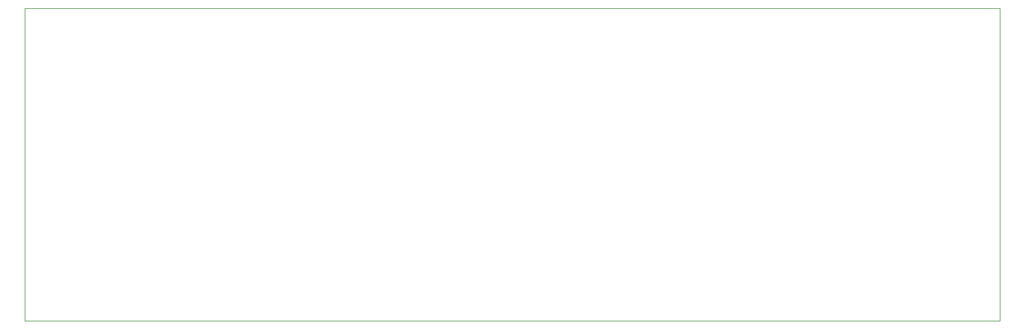
<source format=gbr>
%TF.GenerationSoftware,KiCad,Pcbnew,7.0.9*%
%TF.CreationDate,2024-10-10T17:17:40-03:00*%
%TF.ProjectId,rfid?breakout,72666964-3f62-4726-9561-6b6f75742e6b,rev?*%
%TF.SameCoordinates,Original*%
%TF.FileFunction,Profile,NP*%
%FSLAX46Y46*%
G04 Gerber Fmt 4.6, Leading zero omitted, Abs format (unit mm)*
G04 Created by KiCad (PCBNEW 7.0.9) date 2024-10-10 17:17:40*
%MOMM*%
%LPD*%
G01*
G04 APERTURE LIST*
%TA.AperFunction,Profile*%
%ADD10C,0.100000*%
%TD*%
G04 APERTURE END LIST*
D10*
X65000000Y-65000000D02*
X205000000Y-65000000D01*
X205000000Y-110000000D01*
X65000000Y-110000000D01*
X65000000Y-65000000D01*
M02*

</source>
